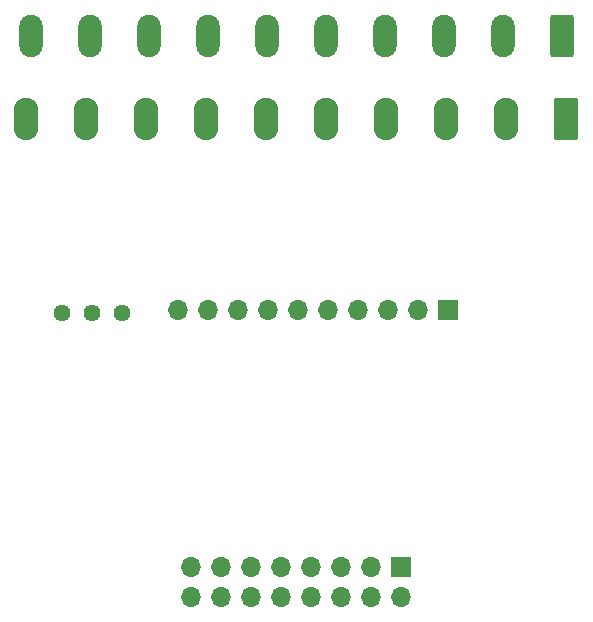
<source format=gbr>
%TF.GenerationSoftware,KiCad,Pcbnew,6.0.11+dfsg-1~bpo11+1*%
%TF.CreationDate,2023-04-06T13:05:30+02:00*%
%TF.ProjectId,ain-4_11,61696e2d-345f-4313-912e-6b696361645f,1.1*%
%TF.SameCoordinates,Original*%
%TF.FileFunction,Soldermask,Bot*%
%TF.FilePolarity,Negative*%
%FSLAX46Y46*%
G04 Gerber Fmt 4.6, Leading zero omitted, Abs format (unit mm)*
G04 Created by KiCad (PCBNEW 6.0.11+dfsg-1~bpo11+1) date 2023-04-06 13:05:30*
%MOMM*%
%LPD*%
G01*
G04 APERTURE LIST*
G04 Aperture macros list*
%AMRoundRect*
0 Rectangle with rounded corners*
0 $1 Rounding radius*
0 $2 $3 $4 $5 $6 $7 $8 $9 X,Y pos of 4 corners*
0 Add a 4 corners polygon primitive as box body*
4,1,4,$2,$3,$4,$5,$6,$7,$8,$9,$2,$3,0*
0 Add four circle primitives for the rounded corners*
1,1,$1+$1,$2,$3*
1,1,$1+$1,$4,$5*
1,1,$1+$1,$6,$7*
1,1,$1+$1,$8,$9*
0 Add four rect primitives between the rounded corners*
20,1,$1+$1,$2,$3,$4,$5,0*
20,1,$1+$1,$4,$5,$6,$7,0*
20,1,$1+$1,$6,$7,$8,$9,0*
20,1,$1+$1,$8,$9,$2,$3,0*%
G04 Aperture macros list end*
%ADD10R,1.700000X1.700000*%
%ADD11O,1.700000X1.700000*%
%ADD12C,1.440000*%
%ADD13RoundRect,0.250000X0.750000X1.550000X-0.750000X1.550000X-0.750000X-1.550000X0.750000X-1.550000X0*%
%ADD14O,2.000000X3.600000*%
%ADD15RoundRect,0.249999X0.790001X1.550001X-0.790001X1.550001X-0.790001X-1.550001X0.790001X-1.550001X0*%
%ADD16O,2.080000X3.600000*%
G04 APERTURE END LIST*
D10*
%TO.C,J1*%
X167840000Y-93450000D03*
D11*
X165300000Y-93450000D03*
X162760000Y-93450000D03*
X160220000Y-93450000D03*
X157680000Y-93450000D03*
X155140000Y-93450000D03*
X152600000Y-93450000D03*
X150060000Y-93450000D03*
X147520000Y-93450000D03*
X144980000Y-93450000D03*
%TD*%
D10*
%TO.C,J2*%
X163865000Y-115225000D03*
D11*
X163865000Y-117765000D03*
X161325000Y-115225000D03*
X161325000Y-117765000D03*
X158785000Y-115225000D03*
X158785000Y-117765000D03*
X156245000Y-115225000D03*
X156245000Y-117765000D03*
X153705000Y-115225000D03*
X153705000Y-117765000D03*
X151165000Y-115225000D03*
X151165000Y-117765000D03*
X148625000Y-115225000D03*
X148625000Y-117765000D03*
X146085000Y-115225000D03*
X146085000Y-117765000D03*
%TD*%
D12*
%TO.C,RV4*%
X140230000Y-93700000D03*
X137690000Y-93700000D03*
X135150000Y-93700000D03*
%TD*%
D13*
%TO.C,J3*%
X177500000Y-70277500D03*
D14*
X172500000Y-70277500D03*
X167500000Y-70277500D03*
X162500000Y-70277500D03*
X157500000Y-70277500D03*
X152500000Y-70277500D03*
X147500000Y-70277500D03*
X142500000Y-70277500D03*
X137500000Y-70277500D03*
X132500000Y-70277500D03*
%TD*%
D15*
%TO.C,J4*%
X177860000Y-77277500D03*
D16*
X172780000Y-77277500D03*
X167700000Y-77277500D03*
X162620000Y-77277500D03*
X157540000Y-77277500D03*
X152460000Y-77277500D03*
X147380000Y-77277500D03*
X142300000Y-77277500D03*
X137220000Y-77277500D03*
X132140000Y-77277500D03*
%TD*%
M02*

</source>
